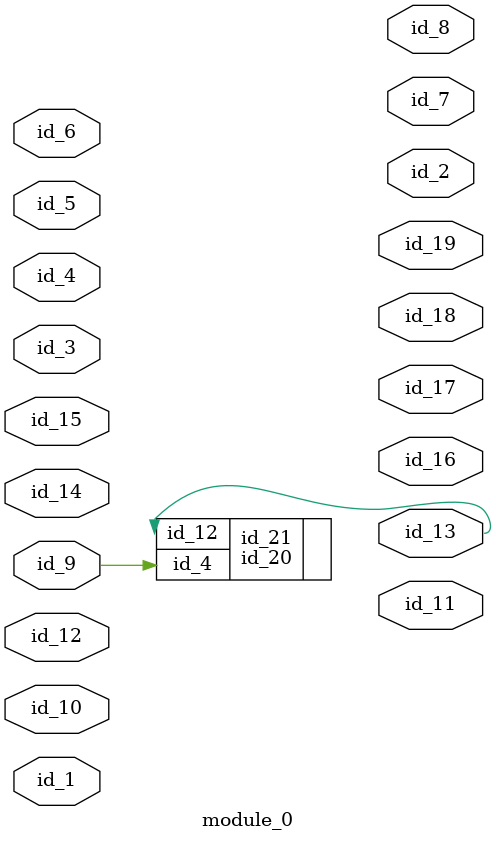
<source format=v>
`timescale 1 ps / 1 ps
module module_0 (
    id_1,
    id_2,
    id_3,
    id_4,
    id_5,
    id_6,
    id_7,
    id_8,
    id_9,
    id_10,
    id_11,
    id_12,
    id_13,
    id_14,
    id_15,
    id_16,
    id_17,
    id_18,
    id_19
);
  output id_19;
  output id_18;
  output id_17;
  output id_16;
  input id_15;
  input id_14;
  output id_13;
  input id_12;
  output id_11;
  input id_10;
  input id_9;
  output id_8;
  output id_7;
  input id_6;
  input id_5;
  input id_4;
  input id_3;
  output id_2;
  input id_1;
  id_20 id_21 (
      .id_4 (id_9),
      .id_12(id_13)
  );
endmodule

</source>
